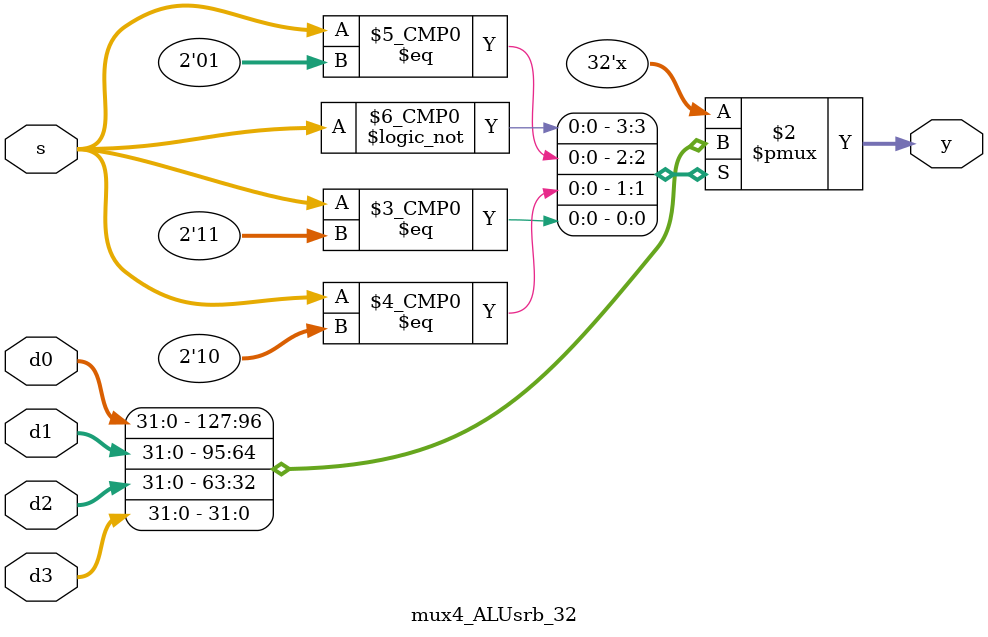
<source format=sv>
`timescale 1ns / 1ps

module mux4_ALUsrb_32(
    input   logic [31:0] d0, d1, d2, d3,
    input   logic [1:0] s,
    output  logic [31:0] y
    );
    
    always_comb
        case(s)
        2'b00:  y <= d0;
        2'b01:  y <= d1;
        2'b10:  y <= d2;
        2'b11:  y <= d3;
        endcase
    
endmodule

</source>
